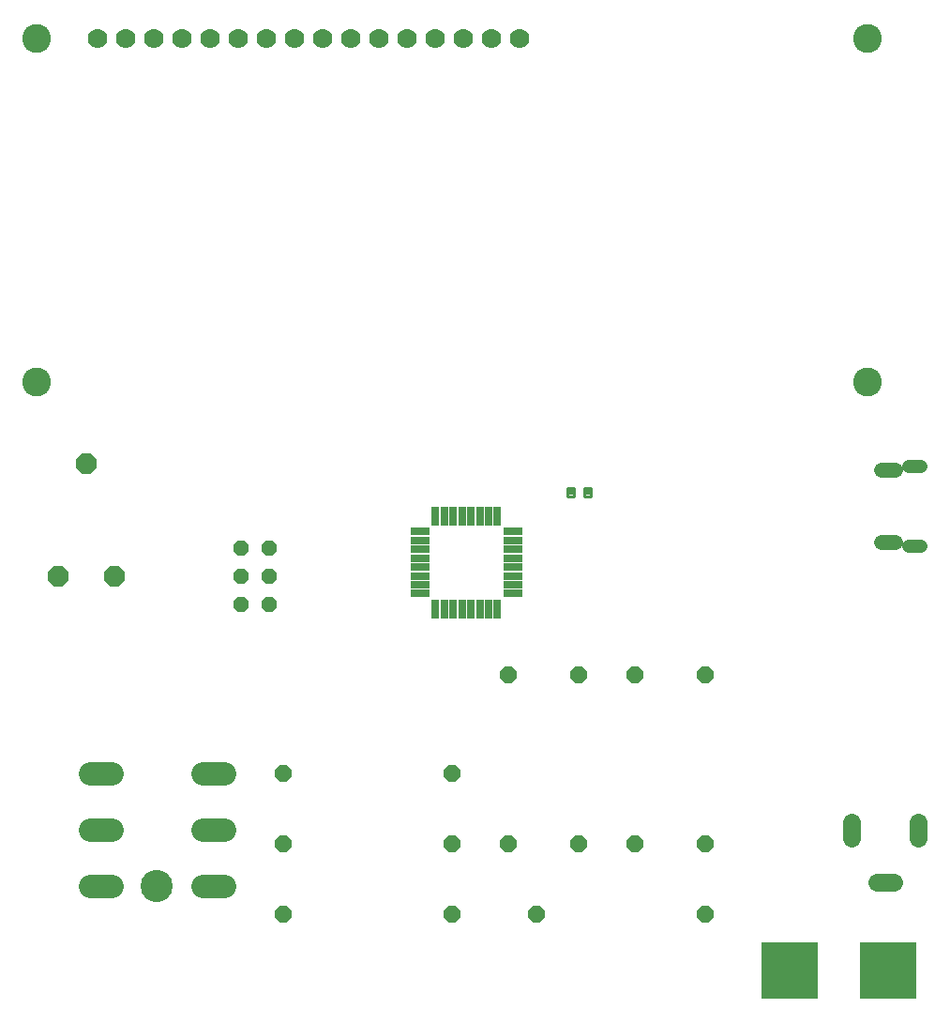
<source format=gbr>
G04 EAGLE Gerber RS-274X export*
G75*
%MOMM*%
%FSLAX34Y34*%
%LPD*%
%INSoldermask Top*%
%IPPOS*%
%AMOC8*
5,1,8,0,0,1.08239X$1,22.5*%
G01*
%ADD10C,1.169600*%
%ADD11C,1.319600*%
%ADD12C,1.609600*%
%ADD13P,1.649562X8X112.500000*%
%ADD14P,1.649562X8X202.500000*%
%ADD15P,1.649562X8X292.500000*%
%ADD16P,1.649562X8X22.500000*%
%ADD17C,2.082800*%
%ADD18C,2.895600*%
%ADD19P,1.525737X8X112.500000*%
%ADD20R,1.701600X0.651600*%
%ADD21R,0.651600X1.701600*%
%ADD22C,1.778000*%
%ADD23C,2.601600*%
%ADD24P,2.034460X8X22.500000*%
%ADD25C,0.293622*%
%ADD26R,5.181600X5.181600*%


D10*
X856860Y281350D02*
X867540Y281350D01*
X867540Y353650D02*
X856860Y353650D01*
D11*
X844290Y350050D02*
X832110Y350050D01*
X832110Y284950D02*
X844290Y284950D01*
D12*
X865100Y32940D02*
X865100Y17860D01*
X805100Y17860D02*
X805100Y32940D01*
X827560Y-21600D02*
X842640Y-21600D01*
D13*
X673100Y12700D03*
X673100Y165100D03*
D14*
X673100Y-50800D03*
X520700Y-50800D03*
D15*
X609600Y165100D03*
X609600Y12700D03*
D13*
X495300Y12700D03*
X495300Y165100D03*
D14*
X444500Y-50800D03*
X292100Y-50800D03*
D15*
X558800Y165100D03*
X558800Y12700D03*
D14*
X444500Y76200D03*
X292100Y76200D03*
D16*
X292100Y12700D03*
X444500Y12700D03*
D17*
X136906Y-25400D02*
X117094Y-25400D01*
X117094Y25400D02*
X136906Y25400D01*
X136906Y76200D02*
X117094Y76200D01*
X218694Y-25400D02*
X238506Y-25400D01*
X238506Y25400D02*
X218694Y25400D01*
X218694Y76200D02*
X238506Y76200D01*
D18*
X177800Y-25400D03*
D19*
X254000Y254000D03*
X279400Y254000D03*
X254000Y228600D03*
X279400Y228600D03*
X279400Y279400D03*
X254000Y279400D03*
D20*
X499000Y238700D03*
X499000Y246700D03*
X499000Y254700D03*
X499000Y262700D03*
X499000Y270700D03*
X499000Y278700D03*
X499000Y286700D03*
X499000Y294700D03*
D21*
X485200Y308500D03*
X477200Y308500D03*
X469200Y308500D03*
X461200Y308500D03*
X453200Y308500D03*
X445200Y308500D03*
X437200Y308500D03*
X429200Y308500D03*
D20*
X415400Y294700D03*
X415400Y286700D03*
X415400Y278700D03*
X415400Y270700D03*
X415400Y262700D03*
X415400Y254700D03*
X415400Y246700D03*
X415400Y238700D03*
D21*
X429200Y224900D03*
X437200Y224900D03*
X445200Y224900D03*
X453200Y224900D03*
X461200Y224900D03*
X469200Y224900D03*
X477200Y224900D03*
X485200Y224900D03*
D22*
X124500Y739200D03*
X149900Y739200D03*
X175300Y739200D03*
X200700Y739200D03*
X226100Y739200D03*
X251500Y739200D03*
X276900Y739200D03*
X302300Y739200D03*
X327700Y739200D03*
X353100Y739200D03*
X378500Y739200D03*
X403900Y739200D03*
X429300Y739200D03*
X454700Y739200D03*
X480100Y739200D03*
X505500Y739200D03*
D23*
X69500Y429200D03*
X819500Y429200D03*
X69500Y739200D03*
X819500Y739200D03*
D24*
X88900Y254000D03*
X139700Y254000D03*
X114300Y355600D03*
D25*
X548330Y326715D02*
X554030Y326715D01*
X548330Y326715D02*
X548330Y333685D01*
X554030Y333685D01*
X554030Y326715D01*
X554030Y329504D02*
X548330Y329504D01*
X548330Y332293D02*
X554030Y332293D01*
X563570Y326715D02*
X569270Y326715D01*
X563570Y326715D02*
X563570Y333685D01*
X569270Y333685D01*
X569270Y326715D01*
X569270Y329504D02*
X563570Y329504D01*
X563570Y332293D02*
X569270Y332293D01*
D26*
X749300Y-101600D03*
X838200Y-101600D03*
M02*

</source>
